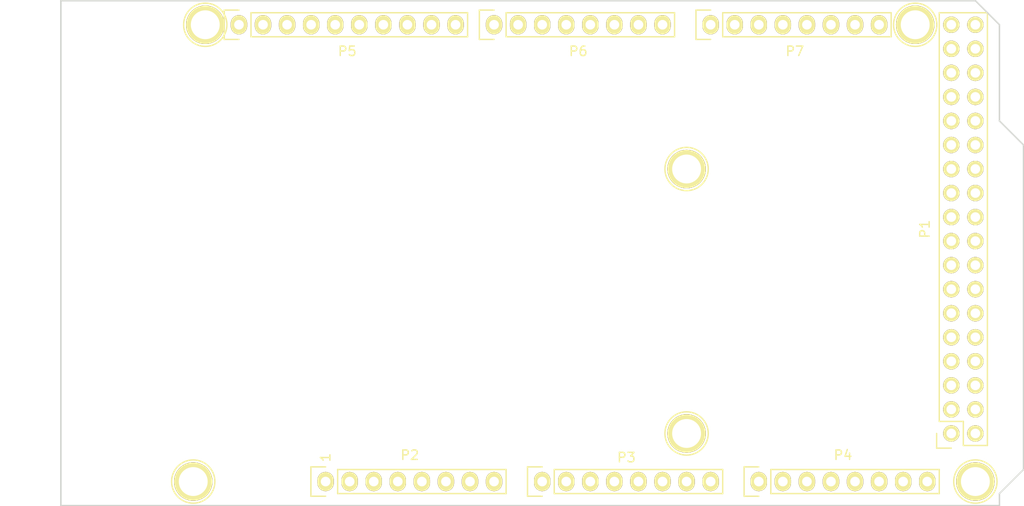
<source format=kicad_pcb>
(kicad_pcb (version 20211014) (generator pcbnew)
  (title_block (date "mar. 31 mars 2015"))
  (layers (0 "F.Cu" signal) (31 "B.Cu" signal) (34 "B.Paste" user) (35 "F.Paste" user) (36 "B.SilkS" user "B.Silkscreen") (37 "F.SilkS" user "F.Silkscreen") (38 "B.Mask" user) (39 "F.Mask" user) (44 "Edge.Cuts" user))
  (net 0 "")
  (net 1 "GND")
  (net 2 "/52(SCK)")
  (net 3 "/53(SS)")
  (net 4 "/50(MISO)")
  (net 5 "/51(MOSI)")
  (net 6 "/48")
  (net 7 "/49")
  (net 8 "/46")
  (net 9 "/47")
  (net 10 "/44")
  (net 11 "/45")
  (net 12 "/42")
  (net 13 "/43")
  (net 14 "/40")
  (net 15 "/41")
  (net 16 "/38")
  (net 17 "/39")
  (net 18 "/36")
  (net 19 "/37")
  (net 20 "/34")
  (net 21 "/35")
  (net 22 "/32")
  (net 23 "/33")
  (net 24 "/30")
  (net 25 "/31")
  (net 26 "/28")
  (net 27 "/29")
  (net 28 "/26")
  (net 29 "/27")
  (net 30 "/24")
  (net 31 "/25")
  (net 32 "/22")
  (net 33 "/23")
  (net 34 "+5V")
  (net 35 "/IOREF")
  (net 36 "/Reset")
  (net 37 "/Vin")
  (net 38 "/A0")
  (net 39 "/A1")
  (net 40 "/A2")
  (net 41 "/A3")
  (net 42 "/A4")
  (net 43 "/A5")
  (net 44 "/A6")
  (net 45 "/A7")
  (net 46 "/A8")
  (net 47 "/A9")
  (net 48 "/A10")
  (net 49 "/A11")
  (net 50 "/A12")
  (net 51 "/A13")
  (net 52 "/A14")
  (net 53 "/A15")
  (net 54 "/SCL")
  (net 55 "/SDA")
  (net 56 "/AREF")
  (net 57 "/13(**)")
  (net 58 "/12(**)")
  (net 59 "/11(**)")
  (net 60 "/10(**)")
  (net 61 "/9(**)")
  (net 62 "/8(**)")
  (net 63 "/7(**)")
  (net 64 "/6(**)")
  (net 65 "/5(**)")
  (net 66 "/4(**)")
  (net 67 "/3(**)")
  (net 68 "/2(**)")
  (net 69 "/20(SDA)")
  (net 70 "/21(SCL)")
  (net 78 "+3V3")
  (net 79 "/1(Tx0)")
  (net 80 "/0(Rx0)")
  (net 81 "/14(Tx3)")
  (net 82 "/15(Rx3)")
  (net 83 "/16(Tx2)")
  (net 84 "/17(Rx2)")
  (net 85 "/18(Tx1)")
  (net 86 "/19(Rx1)")
  (footprint "Socket_Arduino_Mega:Socket_Strip_Arduino_2x18" (layer "F.Cu") (at 197.358 114.046 90)
    (fp_text reference "P1" (at 21.59 -2.794 90) (layer "F.SilkS"))
    (fp_text value "Digital")
    (fp_line (start -1.27 1.27) (end 1.27 1.27) (layer "F.SilkS") (width 0.15))
    (fp_line (start 44.45 -1.27) (end 1.27 -1.27) (layer "F.SilkS") (width 0.15))
    (fp_line (start -1.27 3.81) (end 44.45 3.81) (layer "F.SilkS") (width 0.15))
    (fp_line (start 0 -1.55) (end -1.55 -1.55) (layer "F.SilkS") (width 0.15))
    (fp_line (start -1.55 -1.55) (end -1.55 0) (layer "F.SilkS") (width 0.15))
    (fp_line (start 44.45 3.81) (end 44.45 -1.27) (layer "F.SilkS") (width 0.15))
    (fp_line (start 1.27 1.27) (end 1.27 -1.27) (layer "F.SilkS") (width 0.15))
    (fp_line (start -1.27 3.81) (end -1.27 1.27) (layer "F.SilkS") (width 0.15))
    (pad "1" thru_hole circle locked (at 0 0 90) (size 1.7272 1.7272) (drill 1.016) (layers *.Cu *.Mask "F.SilkS") (net 1 "GND"))
    (pad "2" thru_hole oval locked (at 0 2.54 90) (size 1.7272 1.7272) (drill 1.016) (layers *.Cu *.Mask "F.SilkS") (net 1 "GND"))
    (pad "3" thru_hole oval locked (at 2.54 0 90) (size 1.7272 1.7272) (drill 1.016) (layers *.Cu *.Mask "F.SilkS") (net 2 "/52(SCK)"))
    (pad "4" thru_hole oval locked (at 2.54 2.54 90) (size 1.7272 1.7272) (drill 1.016) (layers *.Cu *.Mask "F.SilkS") (net 3 "/53(SS)"))
    (pad "5" thru_hole oval locked (at 5.08 0 90) (size 1.7272 1.7272) (drill 1.016) (layers *.Cu *.Mask "F.SilkS") (net 4 "/50(MISO)"))
    (pad "6" thru_hole oval locked (at 5.08 2.54 90) (size 1.7272 1.7272) (drill 1.016) (layers *.Cu *.Mask "F.SilkS") (net 5 "/51(MOSI)"))
    (pad "7" thru_hole oval locked (at 7.62 0 90) (size 1.7272 1.7272) (drill 1.016) (layers *.Cu *.Mask "F.SilkS") (net 6 "/48"))
    (pad "8" thru_hole oval locked (at 7.62 2.54 90) (size 1.7272 1.7272) (drill 1.016) (layers *.Cu *.Mask "F.SilkS") (net 7 "/49"))
    (pad "9" thru_hole oval locked (at 10.16 0 90) (size 1.7272 1.7272) (drill 1.016) (layers *.Cu *.Mask "F.SilkS") (net 8 "/46"))
    (pad "10" thru_hole oval locked (at 10.16 2.54 90) (size 1.7272 1.7272) (drill 1.016) (layers *.Cu *.Mask "F.SilkS") (net 9 "/47"))
    (pad "11" thru_hole oval locked (at 12.7 0 90) (size 1.7272 1.7272) (drill 1.016) (layers *.Cu *.Mask "F.SilkS") (net 10 "/44"))
    (pad "12" thru_hole oval locked (at 12.7 2.54 90) (size 1.7272 1.7272) (drill 1.016) (layers *.Cu *.Mask "F.SilkS") (net 11 "/45"))
    (pad "13" thru_hole oval locked (at 15.24 0 90) (size 1.7272 1.7272) (drill 1.016) (layers *.Cu *.Mask "F.SilkS") (net 12 "/42"))
    (pad "14" thru_hole oval locked (at 15.24 2.54 90) (size 1.7272 1.7272) (drill 1.016) (layers *.Cu *.Mask "F.SilkS") (net 13 "/43"))
    (pad "15" thru_hole oval locked (at 17.78 0 90) (size 1.7272 1.7272) (drill 1.016) (layers *.Cu *.Mask "F.SilkS") (net 14 "/40"))
    (pad "16" thru_hole oval locked (at 17.78 2.54 90) (size 1.7272 1.7272) (drill 1.016) (layers *.Cu *.Mask "F.SilkS") (net 15 "/41"))
    (pad "17" thru_hole oval locked (at 20.32 0 90) (size 1.7272 1.7272) (drill 1.016) (layers *.Cu *.Mask "F.SilkS") (net 16 "/38"))
    (pad "18" thru_hole oval locked (at 20.32 2.54 90) (size 1.7272 1.7272) (drill 1.016) (layers *.Cu *.Mask "F.SilkS") (net 17 "/39"))
    (pad "19" thru_hole oval locked (at 22.86 0 90) (size 1.7272 1.7272) (drill 1.016) (layers *.Cu *.Mask "F.SilkS") (net 18 "/36"))
    (pad "20" thru_hole oval locked (at 22.86 2.54 90) (size 1.7272 1.7272) (drill 1.016) (layers *.Cu *.Mask "F.SilkS") (net 19 "/37"))
    (pad "21" thru_hole oval locked (at 25.4 0 90) (size 1.7272 1.7272) (drill 1.016) (layers *.Cu *.Mask "F.SilkS") (net 20 "/34"))
    (pad "22" thru_hole oval locked (at 25.4 2.54 90) (size 1.7272 1.7272) (drill 1.016) (layers *.Cu *.Mask "F.SilkS") (net 21 "/35"))
    (pad "23" thru_hole oval locked (at 27.94 0 90) (size 1.7272 1.7272) (drill 1.016) (layers *.Cu *.Mask "F.SilkS") (net 22 "/32"))
    (pad "24" thru_hole oval locked (at 27.94 2.54 90) (size 1.7272 1.7272) (drill 1.016) (layers *.Cu *.Mask "F.SilkS") (net 23 "/33"))
    (pad "25" thru_hole oval locked (at 30.48 0 90) (size 1.7272 1.7272) (drill 1.016) (layers *.Cu *.Mask "F.SilkS") (net 24 "/30"))
    (pad "26" thru_hole oval locked (at 30.48 2.54 90) (size 1.7272 1.7272) (drill 1.016) (layers *.Cu *.Mask "F.SilkS") (net 25 "/31"))
    (pad "27" thru_hole oval locked (at 33.02 0 90) (size 1.7272 1.7272) (drill 1.016) (layers *.Cu *.Mask "F.SilkS") (net 26 "/28"))
    (pad "28" thru_hole oval locked (at 33.02 2.54 90) (size 1.7272 1.7272) (drill 1.016) (layers *.Cu *.Mask "F.SilkS") (net 27 "/29"))
    (pad "29" thru_hole oval locked (at 35.56 0 90) (size 1.7272 1.7272) (drill 1.016) (layers *.Cu *.Mask "F.SilkS") (net 28 "/26"))
    (pad "30" thru_hole oval locked (at 35.56 2.54 90) (size 1.7272 1.7272) (drill 1.016) (layers *.Cu *.Mask "F.SilkS") (net 29 "/27"))
    (pad "31" thru_hole oval locked (at 38.1 0 90) (size 1.7272 1.7272) (drill 1.016) (layers *.Cu *.Mask "F.SilkS") (net 30 "/24"))
    (pad "32" thru_hole oval locked (at 38.1 2.54 90) (size 1.7272 1.7272) (drill 1.016) (layers *.Cu *.Mask "F.SilkS") (net 31 "/25"))
    (pad "33" thru_hole oval locked (at 40.64 0 90) (size 1.7272 1.7272) (drill 1.016) (layers *.Cu *.Mask "F.SilkS") (net 32 "/22"))
    (pad "34" thru_hole oval locked (at 40.64 2.54 90) (size 1.7272 1.7272) (drill 1.016) (layers *.Cu *.Mask "F.SilkS") (net 33 "/23"))
    (pad "35" thru_hole oval locked (at 43.18 0 90) (size 1.7272 1.7272) (drill 1.016) (layers *.Cu *.Mask "F.SilkS") (net 34 "+5V"))
    (pad "36" thru_hole oval locked (at 43.18 2.54 90) (size 1.7272 1.7272) (drill 1.016) (layers *.Cu *.Mask "F.SilkS") (net 34 "+5V"))
  )
  (footprint "Socket_Arduino_Mega:Socket_Strip_Arduino_1x08" (layer "F.Cu") (at 131.318 119.126)
    (fp_text reference "P2" (at 8.89 -2.794) (layer "F.SilkS"))
    (fp_text value "Power")
    (fp_line (start 19.05 -1.27) (end 1.27 -1.27) (layer "F.SilkS") (width 0.15))
    (fp_line (start 19.05 1.27) (end 19.05 -1.27) (layer "F.SilkS") (width 0.15))
    (fp_line (start 1.27 1.27) (end 19.05 1.27) (layer "F.SilkS") (width 0.15))
    (fp_line (start 1.27 1.27) (end 1.27 -1.27) (layer "F.SilkS") (width 0.15))
    (fp_line (start 0 -1.55) (end -1.55 -1.55) (layer "F.SilkS") (width 0.15))
    (fp_line (start -1.55 1.55) (end 0 1.55) (layer "F.SilkS") (width 0.15))
    (fp_line (start -1.55 -1.55) (end -1.55 1.55) (layer "F.SilkS") (width 0.15))
    (pad "1" thru_hole oval locked (at 0 0) (size 1.7272 2.032) (drill 1.016) (layers *.Cu *.Mask "F.SilkS"))
    (pad "2" thru_hole oval locked (at 2.54 0) (size 1.7272 2.032) (drill 1.016) (layers *.Cu *.Mask "F.SilkS") (net 35 "/IOREF"))
    (pad "3" thru_hole oval locked (at 5.08 0) (size 1.7272 2.032) (drill 1.016) (layers *.Cu *.Mask "F.SilkS") (net 36 "/Reset"))
    (pad "4" thru_hole oval locked (at 7.62 0) (size 1.7272 2.032) (drill 1.016) (layers *.Cu *.Mask "F.SilkS") (net 78 "+3V3"))
    (pad "5" thru_hole oval locked (at 10.16 0) (size 1.7272 2.032) (drill 1.016) (layers *.Cu *.Mask "F.SilkS") (net 34 "+5V"))
    (pad "6" thru_hole oval locked (at 12.7 0) (size 1.7272 2.032) (drill 1.016) (layers *.Cu *.Mask "F.SilkS") (net 1 "GND"))
    (pad "7" thru_hole oval locked (at 15.24 0) (size 1.7272 2.032) (drill 1.016) (layers *.Cu *.Mask "F.SilkS") (net 1 "GND"))
    (pad "8" thru_hole oval locked (at 17.78 0) (size 1.7272 2.032) (drill 1.016) (layers *.Cu *.Mask "F.SilkS") (net 37 "/Vin"))
  )
  (footprint "Socket_Arduino_Mega:Socket_Strip_Arduino_1x08" (layer "F.Cu") (at 154.178 119.126)
    (fp_text reference "P3" (at 8.89 -2.54) (layer "F.SilkS"))
    (fp_text value "Analog")
    (fp_line (start -1.55 -1.55) (end -1.55 1.55) (layer "F.SilkS") (width 0.15))
    (fp_line (start 0 -1.55) (end -1.55 -1.55) (layer "F.SilkS") (width 0.15))
    (fp_line (start 1.27 1.27) (end 19.05 1.27) (layer "F.SilkS") (width 0.15))
    (fp_line (start 19.05 -1.27) (end 1.27 -1.27) (layer "F.SilkS") (width 0.15))
    (fp_line (start 19.05 1.27) (end 19.05 -1.27) (layer "F.SilkS") (width 0.15))
    (fp_line (start -1.55 1.55) (end 0 1.55) (layer "F.SilkS") (width 0.15))
    (fp_line (start 1.27 1.27) (end 1.27 -1.27) (layer "F.SilkS") (width 0.15))
    (pad "1" thru_hole oval locked (at 0 0) (size 1.7272 2.032) (drill 1.016) (layers *.Cu *.Mask "F.SilkS") (net 38 "/A0"))
    (pad "2" thru_hole oval locked (at 2.54 0) (size 1.7272 2.032) (drill 1.016) (layers *.Cu *.Mask "F.SilkS") (net 39 "/A1"))
    (pad "3" thru_hole oval locked (at 5.08 0) (size 1.7272 2.032) (drill 1.016) (layers *.Cu *.Mask "F.SilkS") (net 40 "/A2"))
    (pad "4" thru_hole oval locked (at 7.62 0) (size 1.7272 2.032) (drill 1.016) (layers *.Cu *.Mask "F.SilkS") (net 41 "/A3"))
    (pad "5" thru_hole oval locked (at 10.16 0) (size 1.7272 2.032) (drill 1.016) (layers *.Cu *.Mask "F.SilkS") (net 42 "/A4"))
    (pad "6" thru_hole oval locked (at 12.7 0) (size 1.7272 2.032) (drill 1.016) (layers *.Cu *.Mask "F.SilkS") (net 43 "/A5"))
    (pad "7" thru_hole oval locked (at 15.24 0) (size 1.7272 2.032) (drill 1.016) (layers *.Cu *.Mask "F.SilkS") (net 44 "/A6"))
    (pad "8" thru_hole oval locked (at 17.78 0) (size 1.7272 2.032) (drill 1.016) (layers *.Cu *.Mask "F.SilkS") (net 45 "/A7"))
  )
  (footprint "Socket_Arduino_Mega:Socket_Strip_Arduino_1x08" (layer "F.Cu") (at 177.038 119.126)
    (fp_text reference "P4" (at 8.89 -2.794) (layer "F.SilkS"))
    (fp_text value "Analog")
    (fp_line (start -1.55 1.55) (end 0 1.55) (layer "F.SilkS") (width 0.15))
    (fp_line (start 1.27 1.27) (end 19.05 1.27) (layer "F.SilkS") (width 0.15))
    (fp_line (start -1.55 -1.55) (end -1.55 1.55) (layer "F.SilkS") (width 0.15))
    (fp_line (start 1.27 1.27) (end 1.27 -1.27) (layer "F.SilkS") (width 0.15))
    (fp_line (start 19.05 -1.27) (end 1.27 -1.27) (layer "F.SilkS") (width 0.15))
    (fp_line (start 19.05 1.27) (end 19.05 -1.27) (layer "F.SilkS") (width 0.15))
    (fp_line (start 0 -1.55) (end -1.55 -1.55) (layer "F.SilkS") (width 0.15))
    (pad "1" thru_hole oval locked (at 0 0) (size 1.7272 2.032) (drill 1.016) (layers *.Cu *.Mask "F.SilkS") (net 46 "/A8"))
    (pad "2" thru_hole oval locked (at 2.54 0) (size 1.7272 2.032) (drill 1.016) (layers *.Cu *.Mask "F.SilkS") (net 47 "/A9"))
    (pad "3" thru_hole oval locked (at 5.08 0) (size 1.7272 2.032) (drill 1.016) (layers *.Cu *.Mask "F.SilkS") (net 48 "/A10"))
    (pad "4" thru_hole oval locked (at 7.62 0) (size 1.7272 2.032) (drill 1.016) (layers *.Cu *.Mask "F.SilkS") (net 49 "/A11"))
    (pad "5" thru_hole oval locked (at 10.16 0) (size 1.7272 2.032) (drill 1.016) (layers *.Cu *.Mask "F.SilkS") (net 50 "/A12"))
    (pad "6" thru_hole oval locked (at 12.7 0) (size 1.7272 2.032) (drill 1.016) (layers *.Cu *.Mask "F.SilkS") (net 51 "/A13"))
    (pad "7" thru_hole oval locked (at 15.24 0) (size 1.7272 2.032) (drill 1.016) (layers *.Cu *.Mask "F.SilkS") (net 52 "/A14"))
    (pad "8" thru_hole oval locked (at 17.78 0) (size 1.7272 2.032) (drill 1.016) (layers *.Cu *.Mask "F.SilkS") (net 53 "/A15"))
  )
  (footprint "Socket_Arduino_Mega:Socket_Strip_Arduino_1x10" (layer "F.Cu") (at 122.174 70.866)
    (fp_text reference "P5" (at 11.43 2.794) (layer "F.SilkS"))
    (fp_text value "PWM")
    (fp_line (start 1.27 1.27) (end 24.13 1.27) (layer "F.SilkS") (width 0.15))
    (fp_line (start -1.55 1.55) (end 0 1.55) (layer "F.SilkS") (width 0.15))
    (fp_line (start 1.27 1.27) (end 1.27 -1.27) (layer "F.SilkS") (width 0.15))
    (fp_line (start 0 -1.55) (end -1.55 -1.55) (layer "F.SilkS") (width 0.15))
    (fp_line (start 24.13 -1.27) (end 1.27 -1.27) (layer "F.SilkS") (width 0.15))
    (fp_line (start 24.13 1.27) (end 24.13 -1.27) (layer "F.SilkS") (width 0.15))
    (fp_line (start -1.55 -1.55) (end -1.55 1.55) (layer "F.SilkS") (width 0.15))
    (pad "1" thru_hole oval locked (at 0 0) (size 1.7272 2.032) (drill 1.016) (layers *.Cu *.Mask "F.SilkS") (net 54 "/SCL"))
    (pad "2" thru_hole oval locked (at 2.54 0) (size 1.7272 2.032) (drill 1.016) (layers *.Cu *.Mask "F.SilkS") (net 55 "/SDA"))
    (pad "3" thru_hole oval locked (at 5.08 0) (size 1.7272 2.032) (drill 1.016) (layers *.Cu *.Mask "F.SilkS") (net 56 "/AREF"))
    (pad "4" thru_hole oval locked (at 7.62 0) (size 1.7272 2.032) (drill 1.016) (layers *.Cu *.Mask "F.SilkS") (net 1 "GND"))
    (pad "5" thru_hole oval locked (at 10.16 0) (size 1.7272 2.032) (drill 1.016) (layers *.Cu *.Mask "F.SilkS") (net 57 "/13(**)"))
    (pad "6" thru_hole oval locked (at 12.7 0) (size 1.7272 2.032) (drill 1.016) (layers *.Cu *.Mask "F.SilkS") (net 58 "/12(**)"))
    (pad "7" thru_hole oval locked (at 15.24 0) (size 1.7272 2.032) (drill 1.016) (layers *.Cu *.Mask "F.SilkS") (net 59 "/11(**)"))
    (pad "8" thru_hole oval locked (at 17.78 0) (size 1.7272 2.032) (drill 1.016) (layers *.Cu *.Mask "F.SilkS") (net 60 "/10(**)"))
    (pad "9" thru_hole oval locked (at 20.32 0) (size 1.7272 2.032) (drill 1.016) (layers *.Cu *.Mask "F.SilkS") (net 61 "/9(**)"))
    (pad "10" thru_hole oval locked (at 22.86 0) (size 1.7272 2.032) (drill 1.016) (layers *.Cu *.Mask "F.SilkS") (net 62 "/8(**)"))
  )
  (footprint "Socket_Arduino_Mega:Socket_Strip_Arduino_1x08" (layer "F.Cu") (at 149.098 70.866)
    (fp_text reference "P6" (at 8.89 2.794) (layer "F.SilkS"))
    (fp_text value "PWM")
    (fp_line (start -1.55 -1.55) (end -1.55 1.55) (layer "F.SilkS") (width 0.15))
    (fp_line (start 19.05 -1.27) (end 1.27 -1.27) (layer "F.SilkS") (width 0.15))
    (fp_line (start 19.05 1.27) (end 19.05 -1.27) (layer "F.SilkS") (width 0.15))
    (fp_line (start 1.27 1.27) (end 19.05 1.27) (layer "F.SilkS") (width 0.15))
    (fp_line (start 0 -1.55) (end -1.55 -1.55) (layer "F.SilkS") (width 0.15))
    (fp_line (start -1.55 1.55) (end 0 1.55) (layer "F.SilkS") (width 0.15))
    (fp_line (start 1.27 1.27) (end 1.27 -1.27) (layer "F.SilkS") (width 0.15))
    (pad "1" thru_hole oval locked (at 0 0) (size 1.7272 2.032) (drill 1.016) (layers *.Cu *.Mask "F.SilkS") (net 63 "/7(**)"))
    (pad "2" thru_hole oval locked (at 2.54 0) (size 1.7272 2.032) (drill 1.016) (layers *.Cu *.Mask "F.SilkS") (net 64 "/6(**)"))
    (pad "3" thru_hole oval locked (at 5.08 0) (size 1.7272 2.032) (drill 1.016) (layers *.Cu *.Mask "F.SilkS") (net 65 "/5(**)"))
    (pad "4" thru_hole oval locked (at 7.62 0) (size 1.7272 2.032) (drill 1.016) (layers *.Cu *.Mask "F.SilkS") (net 66 "/4(**)"))
    (pad "5" thru_hole oval locked (at 10.16 0) (size 1.7272 2.032) (drill 1.016) (layers *.Cu *.Mask "F.SilkS") (net 67 "/3(**)"))
    (pad "6" thru_hole oval locked (at 12.7 0) (size 1.7272 2.032) (drill 1.016) (layers *.Cu *.Mask "F.SilkS") (net 68 "/2(**)"))
    (pad "7" thru_hole oval locked (at 15.24 0) (size 1.7272 2.032) (drill 1.016) (layers *.Cu *.Mask "F.SilkS") (net 79 "/1(Tx0)"))
    (pad "8" thru_hole oval locked (at 17.78 0) (size 1.7272 2.032) (drill 1.016) (layers *.Cu *.Mask "F.SilkS") (net 80 "/0(Rx0)"))
  )
  (footprint "Socket_Arduino_Mega:Socket_Strip_Arduino_1x08" (layer "F.Cu") (at 171.958 70.866)
    (fp_text reference "P7" (at 8.89 2.794) (layer "F.SilkS"))
    (fp_text value "Communication")
    (fp_line (start 19.05 1.27) (end 19.05 -1.27) (layer "F.SilkS") (width 0.15))
    (fp_line (start 1.27 1.27) (end 19.05 1.27) (layer "F.SilkS") (width 0.15))
    (fp_line (start 19.05 -1.27) (end 1.27 -1.27) (layer "F.SilkS") (width 0.15))
    (fp_line (start 1.27 1.27) (end 1.27 -1.27) (layer "F.SilkS") (width 0.15))
    (fp_line (start -1.55 -1.55) (end -1.55 1.55) (layer "F.SilkS") (width 0.15))
    (fp_line (start -1.55 1.55) (end 0 1.55) (layer "F.SilkS") (width 0.15))
    (fp_line (start 0 -1.55) (end -1.55 -1.55) (layer "F.SilkS") (width 0.15))
    (pad "1" thru_hole oval locked (at 0 0) (size 1.7272 2.032) (drill 1.016) (layers *.Cu *.Mask "F.SilkS") (net 81 "/14(Tx3)"))
    (pad "2" thru_hole oval locked (at 2.54 0) (size 1.7272 2.032) (drill 1.016) (layers *.Cu *.Mask "F.SilkS") (net 82 "/15(Rx3)"))
    (pad "3" thru_hole oval locked (at 5.08 0) (size 1.7272 2.032) (drill 1.016) (layers *.Cu *.Mask "F.SilkS") (net 83 "/16(Tx2)"))
    (pad "4" thru_hole oval locked (at 7.62 0) (size 1.7272 2.032) (drill 1.016) (layers *.Cu *.Mask "F.SilkS") (net 84 "/17(Rx2)"))
    (pad "5" thru_hole oval locked (at 10.16 0) (size 1.7272 2.032) (drill 1.016) (layers *.Cu *.Mask "F.SilkS") (net 85 "/18(Tx1)"))
    (pad "6" thru_hole oval locked (at 12.7 0) (size 1.7272 2.032) (drill 1.016) (layers *.Cu *.Mask "F.SilkS") (net 86 "/19(Rx1)"))
    (pad "7" thru_hole oval locked (at 15.24 0) (size 1.7272 2.032) (drill 1.016) (layers *.Cu *.Mask "F.SilkS") (net 69 "/20(SDA)"))
    (pad "8" thru_hole oval locked (at 17.78 0) (size 1.7272 2.032) (drill 1.016) (layers *.Cu *.Mask "F.SilkS") (net 70 "/21(SCL)"))
  )
  (footprint "Socket_Arduino_Mega:Arduino_1pin" (layer "F.Cu") (at 117.348 119.126)
    (fp_text reference "P8" hide)
    (fp_text value "CONN_01X01" hide)
    (fp_circle (center 0 0) (end 0 -2.286) (layer "F.SilkS") (width 0.15) (fill none))
    (pad "1" thru_hole circle locked (at 0 0) (size 4.064 4.064) (drill 3.048) (layers *.Cu *.Mask "F.SilkS"))
  )
  (footprint "Socket_Arduino_Mega:Arduino_1pin" (layer "F.Cu") (at 169.418 114.046)
    (fp_text reference "P9" hide)
    (fp_text value "CONN_01X01" hide)
    (fp_circle (center 0 0) (end 0 -2.286) (layer "F.SilkS") (width 0.15) (fill none))
    (pad "1" thru_hole circle locked (at 0 0) (size 4.064 4.064) (drill 3.048) (layers *.Cu *.Mask "F.SilkS"))
  )
  (footprint "Socket_Arduino_Mega:Arduino_1pin" (layer "F.Cu") (at 199.898 119.126)
    (fp_text reference "P10" hide)
    (fp_text value "CONN_01X01" hide)
    (fp_circle (center 0 0) (end 0 -2.286) (layer "F.SilkS") (width 0.15) (fill none))
    (pad "1" thru_hole circle locked (at 0 0) (size 4.064 4.064) (drill 3.048) (layers *.Cu *.Mask "F.SilkS"))
  )
  (footprint "Socket_Arduino_Mega:Arduino_1pin" (layer "F.Cu") (at 118.618 70.866)
    (fp_text reference "P11" hide)
    (fp_text value "CONN_01X01" hide)
    (fp_circle (center 0 0) (end 0 -2.286) (layer "F.SilkS") (width 0.15) (fill none))
    (pad "1" thru_hole circle locked (at 0 0) (size 4.064 4.064) (drill 3.048) (layers *.Cu *.Mask "F.SilkS"))
  )
  (footprint "Socket_Arduino_Mega:Arduino_1pin" (layer "F.Cu") (at 169.418 86.106)
    (fp_text reference "P12" hide)
    (fp_text value "CONN_01X01" hide)
    (fp_circle (center 0 0) (end 0 -2.286) (layer "F.SilkS") (width 0.15) (fill none))
    (pad "1" thru_hole circle locked (at 0 0) (size 4.064 4.064) (drill 3.048) (layers *.Cu *.Mask "F.SilkS"))
  )
  (footprint "Socket_Arduino_Mega:Arduino_1pin" (layer "F.Cu") (at 193.548 70.866)
    (fp_text reference "P13" hide)
    (fp_text value "CONN_01X01" hide)
    (fp_circle (center 0 0) (end 0 -2.286) (layer "F.SilkS") (width 0.15) (fill none))
    (pad "1" thru_hole circle locked (at 0 0) (size 4.064 4.064) (drill 3.048) (layers *.Cu *.Mask "F.SilkS"))
  )
  (gr_line (start 202.438 81.026) (end 204.978 83.566) (layer "Edge.Cuts") (width 0.15))
  (gr_line (start 103.378 121.666) (end 103.378 68.326) (layer "Edge.Cuts") (width 0.15))
  (gr_line (start 204.978 83.566) (end 204.978 117.856) (layer "Edge.Cuts") (width 0.15))
  (gr_line (start 202.438 121.666) (end 103.378 121.666) (layer "Edge.Cuts") (width 0.15))
  (gr_line (start 103.378 68.326) (end 199.898 68.326) (layer "Edge.Cuts") (width 0.15))
  (gr_line (start 204.978 117.856) (end 202.438 120.396) (layer "Edge.Cuts") (width 0.15))
  (gr_line (start 199.898 68.326) (end 202.438 70.866) (layer "Edge.Cuts") (width 0.15))
  (gr_line (start 202.438 70.866) (end 202.438 81.026) (layer "Edge.Cuts") (width 0.15))
  (gr_line (start 202.438 120.396) (end 202.438 121.666) (layer "Edge.Cuts") (width 0.15))
  (gr_text "1" (at 131.318 116.586 90) (layer "F.SilkS") (effects (font (size 1 1))))
)
</source>
